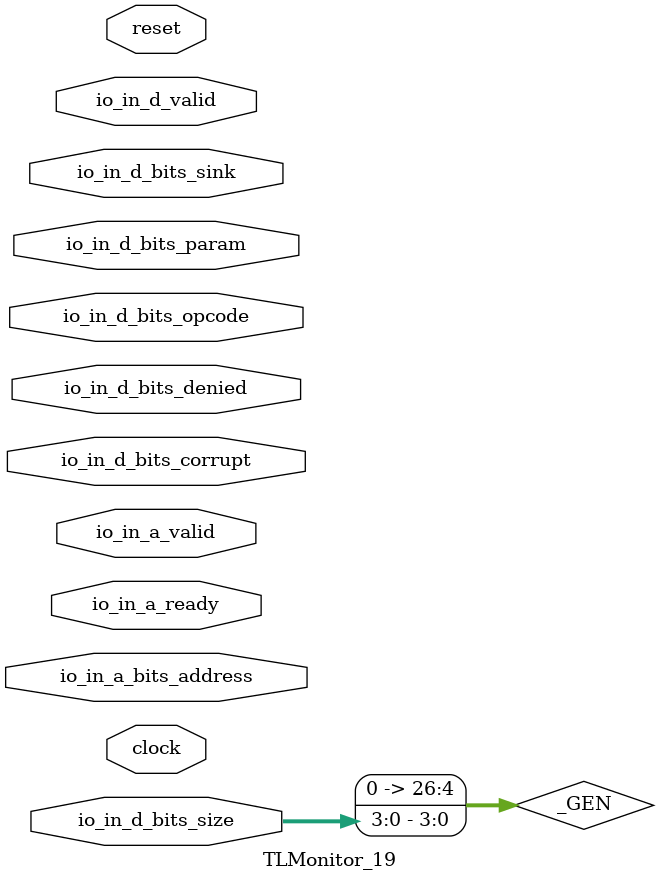
<source format=sv>
`ifndef RANDOMIZE
  `ifdef RANDOMIZE_REG_INIT
    `define RANDOMIZE
  `endif // RANDOMIZE_REG_INIT
`endif // not def RANDOMIZE
`ifndef RANDOMIZE
  `ifdef RANDOMIZE_MEM_INIT
    `define RANDOMIZE
  `endif // RANDOMIZE_MEM_INIT
`endif // not def RANDOMIZE

`ifndef RANDOM
  `define RANDOM $random
`endif // not def RANDOM

// Users can define 'PRINTF_COND' to add an extra gate to prints.
`ifndef PRINTF_COND_
  `ifdef PRINTF_COND
    `define PRINTF_COND_ (`PRINTF_COND)
  `else  // PRINTF_COND
    `define PRINTF_COND_ 1
  `endif // PRINTF_COND
`endif // not def PRINTF_COND_

// Users can define 'ASSERT_VERBOSE_COND' to add an extra gate to assert error printing.
`ifndef ASSERT_VERBOSE_COND_
  `ifdef ASSERT_VERBOSE_COND
    `define ASSERT_VERBOSE_COND_ (`ASSERT_VERBOSE_COND)
  `else  // ASSERT_VERBOSE_COND
    `define ASSERT_VERBOSE_COND_ 1
  `endif // ASSERT_VERBOSE_COND
`endif // not def ASSERT_VERBOSE_COND_

// Users can define 'STOP_COND' to add an extra gate to stop conditions.
`ifndef STOP_COND_
  `ifdef STOP_COND
    `define STOP_COND_ (`STOP_COND)
  `else  // STOP_COND
    `define STOP_COND_ 1
  `endif // STOP_COND
`endif // not def STOP_COND_

// Users can define INIT_RANDOM as general code that gets injected into the
// initializer block for modules with registers.
`ifndef INIT_RANDOM
  `define INIT_RANDOM
`endif // not def INIT_RANDOM

// If using random initialization, you can also define RANDOMIZE_DELAY to
// customize the delay used, otherwise 0.002 is used.
`ifndef RANDOMIZE_DELAY
  `define RANDOMIZE_DELAY 0.002
`endif // not def RANDOMIZE_DELAY

// Define INIT_RANDOM_PROLOG_ for use in our modules below.
`ifndef INIT_RANDOM_PROLOG_
  `ifdef RANDOMIZE
    `ifdef VERILATOR
      `define INIT_RANDOM_PROLOG_ `INIT_RANDOM
    `else  // VERILATOR
      `define INIT_RANDOM_PROLOG_ `INIT_RANDOM #`RANDOMIZE_DELAY begin end
    `endif // VERILATOR
  `else  // RANDOMIZE
    `define INIT_RANDOM_PROLOG_
  `endif // RANDOMIZE
`endif // not def INIT_RANDOM_PROLOG_

module TLMonitor_19(
  input        clock,
               reset,
               io_in_a_ready,
               io_in_a_valid,
  input [28:0] io_in_a_bits_address,
  input        io_in_d_valid,
  input [2:0]  io_in_d_bits_opcode,
  input [1:0]  io_in_d_bits_param,
  input [3:0]  io_in_d_bits_size,
  input        io_in_d_bits_sink,
               io_in_d_bits_denied,
               io_in_d_bits_corrupt
);

  wire [31:0] _plusarg_reader_1_out;	// @[PlusArg.scala:80:11]
  wire [31:0] _plusarg_reader_out;	// @[PlusArg.scala:80:11]
  wire        a_set = io_in_a_ready & io_in_a_valid;	// @[Decoupled.scala:51:35]
  reg  [8:0]  d_first_counter;	// @[Edges.scala:228:27]
  reg  [2:0]  opcode_1;	// @[Monitor.scala:535:22]
  reg  [1:0]  param_1;	// @[Monitor.scala:536:22]
  reg  [3:0]  size_1;	// @[Monitor.scala:537:22]
  reg         source_1;	// @[Monitor.scala:538:22]
  reg         sink;	// @[Monitor.scala:539:22]
  reg         denied;	// @[Monitor.scala:540:22]
  reg         inflight;	// @[Monitor.scala:611:27]
  reg  [3:0]  inflight_opcodes;	// @[Monitor.scala:613:35]
  reg  [7:0]  inflight_sizes;	// @[Monitor.scala:615:33]
  reg  [8:0]  d_first_counter_1;	// @[Edges.scala:228:27]
  wire        d_first_1 = d_first_counter_1 == 9'h0;	// @[Edges.scala:228:27, :230:25]
  wire        d_release_ack = io_in_d_bits_opcode == 3'h6;	// @[Monitor.scala:81:25, :670:46]
  reg  [31:0] watchdog;	// @[Monitor.scala:706:27]
  reg  [8:0]  d_first_counter_2;	// @[Edges.scala:228:27]
  wire        d_first_2 = d_first_counter_2 == 9'h0;	// @[Edges.scala:228:27, :230:25]
  wire [26:0] _GEN = {23'h0, io_in_d_bits_size};	// @[package.scala:235:71]
  wire [26:0] _d_first_beats1_decode_T_1 = 27'hFFF << _GEN;	// @[package.scala:235:71]
  wire [26:0] _d_first_beats1_decode_T_5 = 27'hFFF << _GEN;	// @[package.scala:235:71]
  wire [26:0] _d_first_beats1_decode_T_9 = 27'hFFF << _GEN;	// @[package.scala:235:71]
  wire        d_clr = io_in_d_valid & d_first_1 & ~d_release_ack;	// @[Edges.scala:230:25, Monitor.scala:670:46, :671:74, :675:72]
  wire        _T_1002 = io_in_d_valid & ~(|d_first_counter);	// @[Edges.scala:228:27, :230:25, Monitor.scala:549:20]
  always @(posedge clock) begin
    if (reset) begin
      d_first_counter <= 9'h0;	// @[Edges.scala:228:27]
      inflight <= 1'h0;	// @[Monitor.scala:611:27]
      inflight_opcodes <= 4'h0;	// @[Misc.scala:205:21, Monitor.scala:613:35, :657:77]
      inflight_sizes <= 8'h0;	// @[Monitor.scala:615:33, :745:35]
      d_first_counter_1 <= 9'h0;	// @[Edges.scala:228:27]
      watchdog <= 32'h0;	// @[Monitor.scala:706:27]
      d_first_counter_2 <= 9'h0;	// @[Edges.scala:228:27]
    end
    else begin
      if (io_in_d_valid) begin
        if (|d_first_counter)	// @[Edges.scala:228:27, :230:25]
          d_first_counter <= d_first_counter - 9'h1;	// @[Edges.scala:228:27, :229:28]
        else if (io_in_d_bits_opcode[0])	// @[Edges.scala:105:36]
          d_first_counter <= ~(_d_first_beats1_decode_T_1[11:3]);	// @[Edges.scala:228:27, package.scala:235:{46,71,76}]
        else	// @[Edges.scala:105:36]
          d_first_counter <= 9'h0;	// @[Edges.scala:228:27]
        if (d_first_1) begin	// @[Edges.scala:230:25]
          if (io_in_d_bits_opcode[0])	// @[Edges.scala:105:36]
            d_first_counter_1 <= ~(_d_first_beats1_decode_T_5[11:3]);	// @[Edges.scala:228:27, package.scala:235:{46,71,76}]
          else	// @[Edges.scala:105:36]
            d_first_counter_1 <= 9'h0;	// @[Edges.scala:228:27]
        end
        else	// @[Edges.scala:230:25]
          d_first_counter_1 <= d_first_counter_1 - 9'h1;	// @[Edges.scala:228:27, :229:28]
        if (d_first_2) begin	// @[Edges.scala:230:25]
          if (io_in_d_bits_opcode[0])	// @[Edges.scala:105:36]
            d_first_counter_2 <= ~(_d_first_beats1_decode_T_9[11:3]);	// @[Edges.scala:228:27, package.scala:235:{46,71,76}]
          else	// @[Edges.scala:105:36]
            d_first_counter_2 <= 9'h0;	// @[Edges.scala:228:27]
        end
        else	// @[Edges.scala:230:25]
          d_first_counter_2 <= d_first_counter_2 - 9'h1;	// @[Edges.scala:228:27, :229:28]
      end
      inflight <= (inflight | a_set) & ~d_clr;	// @[Decoupled.scala:51:35, Monitor.scala:611:27, :675:72, :702:{27,36,38}]
      inflight_opcodes <= (inflight_opcodes | (a_set ? {3'h0, a_set} : 4'h0)) & ~{4{d_clr}};	// @[Decoupled.scala:51:35, Misc.scala:205:21, Monitor.scala:613:35, :627:33, :652:72, :656:28, :657:77, :665:33, :675:{72,91}, :677:21, :703:{43,60,62}]
      inflight_sizes <= (inflight_sizes | (a_set ? {3'h0, a_set ? 5'h5 : 5'h0} : 8'h0)) & ~{8{d_clr}};	// @[Decoupled.scala:51:35, Monitor.scala:615:33, :629:31, :645:38, :652:72, :655:{28,59}, :657:28, :667:31, :675:{72,91}, :678:21, :704:{39,54,56}, :745:35]
      if (a_set | io_in_d_valid)	// @[Decoupled.scala:51:35, Monitor.scala:712:27]
        watchdog <= 32'h0;	// @[Monitor.scala:706:27]
      else	// @[Monitor.scala:712:27]
        watchdog <= watchdog + 32'h1;	// @[Monitor.scala:706:27, :711:26]
    end
    if (_T_1002) begin	// @[Monitor.scala:549:20]
      opcode_1 <= io_in_d_bits_opcode;	// @[Monitor.scala:535:22]
      param_1 <= io_in_d_bits_param;	// @[Monitor.scala:536:22]
      size_1 <= io_in_d_bits_size;	// @[Monitor.scala:537:22]
      sink <= io_in_d_bits_sink;	// @[Monitor.scala:539:22]
      denied <= io_in_d_bits_denied;	// @[Monitor.scala:540:22]
    end
    source_1 <= ~_T_1002 & source_1;	// @[Monitor.scala:538:22, :549:{20,32}, :553:15]
  end // always @(posedge)
  `ifndef SYNTHESIS
    wire  [7:0][2:0] _GEN_0 = '{3'h4, 3'h5, 3'h2, 3'h1, 3'h1, 3'h1, 3'h0, 3'h0};	// @[Monitor.scala:690:38]
    wire  [7:0][2:0] _GEN_1 = '{3'h4, 3'h4, 3'h2, 3'h1, 3'h1, 3'h1, 3'h0, 3'h0};	// @[Monitor.scala:689:38]
    wire             mask_eq_2 = ~(io_in_a_bits_address[2]) & ~(io_in_a_bits_address[1]);	// @[Misc.scala:209:26, :210:20, :213:27]
    wire             mask_eq_3 = ~(io_in_a_bits_address[2]) & io_in_a_bits_address[1];	// @[Misc.scala:209:26, :210:20, :213:27]
    wire             mask_eq_4 = io_in_a_bits_address[2] & ~(io_in_a_bits_address[1]);	// @[Misc.scala:209:26, :210:20, :213:27]
    wire             mask_eq_5 = io_in_a_bits_address[2] & io_in_a_bits_address[1];	// @[Misc.scala:209:26, :213:27]
    wire             _GEN_2 = io_in_d_valid & io_in_d_bits_opcode == 3'h6;	// @[Monitor.scala:81:25, :310:{25,52}]
    wire             _GEN_3 = io_in_d_bits_size < 4'h3;	// @[Monitor.scala:312:27]
    wire             _GEN_4 = io_in_d_valid & io_in_d_bits_opcode == 3'h4;	// @[Monitor.scala:104:25, :318:{25,47}]
    wire             _GEN_5 = io_in_d_bits_param == 2'h2;	// @[Bundles.scala:111:27, Monitor.scala:323:28]
    wire             _GEN_6 = io_in_d_valid & io_in_d_bits_opcode == 3'h5;	// @[Monitor.scala:146:25, :328:{25,51}]
    wire             _GEN_7 = io_in_d_valid & ~(|io_in_d_bits_opcode);	// @[Monitor.scala:338:{25,51}]
    wire             _GEN_8 = io_in_d_valid & io_in_d_bits_opcode == 3'h1;	// @[Misc.scala:201:81, Monitor.scala:346:{25,55}]
    wire             _GEN_9 = io_in_d_valid & io_in_d_bits_opcode == 3'h2;	// @[Monitor.scala:354:{25,49}, :640:42]
    wire             _T_976 = io_in_d_valid & (|d_first_counter);	// @[Edges.scala:228:27, :230:25, Monitor.scala:541:19]
    wire             _T_1055 = io_in_d_valid & d_first_1;	// @[Edges.scala:230:25, Monitor.scala:671:26]
    wire             _T_1026 = _T_1055 & ~d_release_ack;	// @[Monitor.scala:670:46, :671:{26,74}, :680:71]
    wire             _GEN_10 = _T_1026 & io_in_a_valid;	// @[Monitor.scala:680:71, :684:30]
    wire             _GEN_11 = _T_1026 & ~io_in_a_valid;	// @[Monitor.scala:680:71, :684:30]
    wire             _T_1112 = io_in_d_valid & d_first_2 & d_release_ack;	// @[Edges.scala:230:25, Monitor.scala:670:46, :791:71]
    always @(posedge clock) begin	// @[Monitor.scala:42:11]
      if (io_in_a_valid & ~reset & ~(io_in_a_bits_address[28:12] == 17'h3 | {io_in_a_bits_address[28:15], io_in_a_bits_address[13:12]} == 16'h0 | {io_in_a_bits_address[28:17] ^ 12'h8, io_in_a_bits_address[15:12]} == 16'h0 | io_in_a_bits_address[28:16] == 13'h200 | io_in_a_bits_address[28:12] == 17'h2010 | io_in_a_bits_address[28:26] == 3'h3 | io_in_a_bits_address[28:12] == 17'h10020)) begin	// @[Monitor.scala:42:11, Parameters.scala:137:{31,45,65}, :672:30]
        if (`ASSERT_VERBOSE_COND_)	// @[Monitor.scala:42:11]
          $error("Assertion failed: 'A' channel carries PutFull type which is unexpected using diplomatic parameters (connected at BusWrapper.scala:91:33)\n    at Monitor.scala:42 assert(cond, message)\n");	// @[Monitor.scala:42:11]
        if (`STOP_COND_)	// @[Monitor.scala:42:11]
          $fatal;	// @[Monitor.scala:42:11]
      end
      if (io_in_a_valid & ~reset & (|(io_in_a_bits_address[1:0]))) begin	// @[Edges.scala:20:{16,24}, Monitor.scala:42:11]
        if (`ASSERT_VERBOSE_COND_)	// @[Monitor.scala:42:11]
          $error("Assertion failed: 'A' channel PutFull address not aligned to size (connected at BusWrapper.scala:91:33)\n    at Monitor.scala:42 assert(cond, message)\n");	// @[Monitor.scala:42:11]
        if (`STOP_COND_)	// @[Monitor.scala:42:11]
          $fatal;	// @[Monitor.scala:42:11]
      end
      if (io_in_a_valid & ~reset & {io_in_a_bits_address[2] | mask_eq_5 & io_in_a_bits_address[0], io_in_a_bits_address[2] | mask_eq_5 & ~(io_in_a_bits_address[0]), io_in_a_bits_address[2] | mask_eq_4 & io_in_a_bits_address[0], io_in_a_bits_address[2] | mask_eq_4 & ~(io_in_a_bits_address[0]), ~(io_in_a_bits_address[2]) | mask_eq_3 & io_in_a_bits_address[0], ~(io_in_a_bits_address[2]) | mask_eq_3 & ~(io_in_a_bits_address[0]), ~(io_in_a_bits_address[2]) | mask_eq_2 & io_in_a_bits_address[0], ~(io_in_a_bits_address[2]) | mask_eq_2 & ~(io_in_a_bits_address[0])} != 8'hF) begin	// @[Cat.scala:33:92, Misc.scala:209:26, :210:20, :213:27, :214:29, Monitor.scala:42:11, :119:30]
        if (`ASSERT_VERBOSE_COND_)	// @[Monitor.scala:42:11]
          $error("Assertion failed: 'A' channel PutFull contains invalid mask (connected at BusWrapper.scala:91:33)\n    at Monitor.scala:42 assert(cond, message)\n");	// @[Monitor.scala:42:11]
        if (`STOP_COND_)	// @[Monitor.scala:42:11]
          $fatal;	// @[Monitor.scala:42:11]
      end
      if (io_in_d_valid & ~reset & (&io_in_d_bits_opcode)) begin	// @[Bundles.scala:45:24, Monitor.scala:49:11]
        if (`ASSERT_VERBOSE_COND_)	// @[Monitor.scala:49:11]
          $error("Assertion failed: 'D' channel has invalid opcode (connected at BusWrapper.scala:91:33)\n    at Monitor.scala:49 assert(cond, message)\n");	// @[Monitor.scala:49:11]
        if (`STOP_COND_)	// @[Monitor.scala:49:11]
          $fatal;	// @[Monitor.scala:49:11]
      end
      if (_GEN_2 & ~reset & _GEN_3) begin	// @[Monitor.scala:49:11, :310:52, :312:27]
        if (`ASSERT_VERBOSE_COND_)	// @[Monitor.scala:49:11]
          $error("Assertion failed: 'D' channel ReleaseAck smaller than a beat (connected at BusWrapper.scala:91:33)\n    at Monitor.scala:49 assert(cond, message)\n");	// @[Monitor.scala:49:11]
        if (`STOP_COND_)	// @[Monitor.scala:49:11]
          $fatal;	// @[Monitor.scala:49:11]
      end
      if (_GEN_2 & ~reset & (|io_in_d_bits_param)) begin	// @[Monitor.scala:49:11, :310:52, :313:28]
        if (`ASSERT_VERBOSE_COND_)	// @[Monitor.scala:49:11]
          $error("Assertion failed: 'D' channel ReleaseeAck carries invalid param (connected at BusWrapper.scala:91:33)\n    at Monitor.scala:49 assert(cond, message)\n");	// @[Monitor.scala:49:11]
        if (`STOP_COND_)	// @[Monitor.scala:49:11]
          $fatal;	// @[Monitor.scala:49:11]
      end
      if (_GEN_2 & ~reset & io_in_d_bits_corrupt) begin	// @[Monitor.scala:49:11, :310:52]
        if (`ASSERT_VERBOSE_COND_)	// @[Monitor.scala:49:11]
          $error("Assertion failed: 'D' channel ReleaseAck is corrupt (connected at BusWrapper.scala:91:33)\n    at Monitor.scala:49 assert(cond, message)\n");	// @[Monitor.scala:49:11]
        if (`STOP_COND_)	// @[Monitor.scala:49:11]
          $fatal;	// @[Monitor.scala:49:11]
      end
      if (_GEN_2 & ~reset & io_in_d_bits_denied) begin	// @[Monitor.scala:49:11, :310:52]
        if (`ASSERT_VERBOSE_COND_)	// @[Monitor.scala:49:11]
          $error("Assertion failed: 'D' channel ReleaseAck is denied (connected at BusWrapper.scala:91:33)\n    at Monitor.scala:49 assert(cond, message)\n");	// @[Monitor.scala:49:11]
        if (`STOP_COND_)	// @[Monitor.scala:49:11]
          $fatal;	// @[Monitor.scala:49:11]
      end
      if (_GEN_4 & ~reset) begin	// @[Monitor.scala:49:11, :318:47]
        if (`ASSERT_VERBOSE_COND_)	// @[Monitor.scala:49:11]
          $error("Assertion failed: 'D' channel Grant carries invalid sink ID (connected at BusWrapper.scala:91:33)\n    at Monitor.scala:49 assert(cond, message)\n");	// @[Monitor.scala:49:11]
        if (`STOP_COND_)	// @[Monitor.scala:49:11]
          $fatal;	// @[Monitor.scala:49:11]
      end
      if (_GEN_4 & ~reset & _GEN_3) begin	// @[Monitor.scala:49:11, :312:27, :318:47]
        if (`ASSERT_VERBOSE_COND_)	// @[Monitor.scala:49:11]
          $error("Assertion failed: 'D' channel Grant smaller than a beat (connected at BusWrapper.scala:91:33)\n    at Monitor.scala:49 assert(cond, message)\n");	// @[Monitor.scala:49:11]
        if (`STOP_COND_)	// @[Monitor.scala:49:11]
          $fatal;	// @[Monitor.scala:49:11]
      end
      if (_GEN_4 & ~reset & (&io_in_d_bits_param)) begin	// @[Bundles.scala:105:26, Monitor.scala:49:11, :318:47]
        if (`ASSERT_VERBOSE_COND_)	// @[Monitor.scala:49:11]
          $error("Assertion failed: 'D' channel Grant carries invalid cap param (connected at BusWrapper.scala:91:33)\n    at Monitor.scala:49 assert(cond, message)\n");	// @[Monitor.scala:49:11]
        if (`STOP_COND_)	// @[Monitor.scala:49:11]
          $fatal;	// @[Monitor.scala:49:11]
      end
      if (_GEN_4 & ~reset & _GEN_5) begin	// @[Monitor.scala:49:11, :318:47, :323:28]
        if (`ASSERT_VERBOSE_COND_)	// @[Monitor.scala:49:11]
          $error("Assertion failed: 'D' channel Grant carries toN param (connected at BusWrapper.scala:91:33)\n    at Monitor.scala:49 assert(cond, message)\n");	// @[Monitor.scala:49:11]
        if (`STOP_COND_)	// @[Monitor.scala:49:11]
          $fatal;	// @[Monitor.scala:49:11]
      end
      if (_GEN_4 & ~reset & io_in_d_bits_corrupt) begin	// @[Monitor.scala:49:11, :318:47]
        if (`ASSERT_VERBOSE_COND_)	// @[Monitor.scala:49:11]
          $error("Assertion failed: 'D' channel Grant is corrupt (connected at BusWrapper.scala:91:33)\n    at Monitor.scala:49 assert(cond, message)\n");	// @[Monitor.scala:49:11]
        if (`STOP_COND_)	// @[Monitor.scala:49:11]
          $fatal;	// @[Monitor.scala:49:11]
      end
      if (_GEN_6 & ~reset) begin	// @[Monitor.scala:49:11, :328:51]
        if (`ASSERT_VERBOSE_COND_)	// @[Monitor.scala:49:11]
          $error("Assertion failed: 'D' channel GrantData carries invalid sink ID (connected at BusWrapper.scala:91:33)\n    at Monitor.scala:49 assert(cond, message)\n");	// @[Monitor.scala:49:11]
        if (`STOP_COND_)	// @[Monitor.scala:49:11]
          $fatal;	// @[Monitor.scala:49:11]
      end
      if (_GEN_6 & ~reset & _GEN_3) begin	// @[Monitor.scala:49:11, :312:27, :328:51]
        if (`ASSERT_VERBOSE_COND_)	// @[Monitor.scala:49:11]
          $error("Assertion failed: 'D' channel GrantData smaller than a beat (connected at BusWrapper.scala:91:33)\n    at Monitor.scala:49 assert(cond, message)\n");	// @[Monitor.scala:49:11]
        if (`STOP_COND_)	// @[Monitor.scala:49:11]
          $fatal;	// @[Monitor.scala:49:11]
      end
      if (_GEN_6 & ~reset & (&io_in_d_bits_param)) begin	// @[Bundles.scala:105:26, Monitor.scala:49:11, :328:51]
        if (`ASSERT_VERBOSE_COND_)	// @[Monitor.scala:49:11]
          $error("Assertion failed: 'D' channel GrantData carries invalid cap param (connected at BusWrapper.scala:91:33)\n    at Monitor.scala:49 assert(cond, message)\n");	// @[Monitor.scala:49:11]
        if (`STOP_COND_)	// @[Monitor.scala:49:11]
          $fatal;	// @[Monitor.scala:49:11]
      end
      if (_GEN_6 & ~reset & _GEN_5) begin	// @[Monitor.scala:49:11, :323:28, :328:51]
        if (`ASSERT_VERBOSE_COND_)	// @[Monitor.scala:49:11]
          $error("Assertion failed: 'D' channel GrantData carries toN param (connected at BusWrapper.scala:91:33)\n    at Monitor.scala:49 assert(cond, message)\n");	// @[Monitor.scala:49:11]
        if (`STOP_COND_)	// @[Monitor.scala:49:11]
          $fatal;	// @[Monitor.scala:49:11]
      end
      if (_GEN_6 & ~reset & ~(~io_in_d_bits_denied | io_in_d_bits_corrupt)) begin	// @[Monitor.scala:49:11, :328:51, :334:{15,30}]
        if (`ASSERT_VERBOSE_COND_)	// @[Monitor.scala:49:11]
          $error("Assertion failed: 'D' channel GrantData is denied but not corrupt (connected at BusWrapper.scala:91:33)\n    at Monitor.scala:49 assert(cond, message)\n");	// @[Monitor.scala:49:11]
        if (`STOP_COND_)	// @[Monitor.scala:49:11]
          $fatal;	// @[Monitor.scala:49:11]
      end
      if (_GEN_7 & ~reset & (|io_in_d_bits_param)) begin	// @[Monitor.scala:49:11, :338:51, :341:28]
        if (`ASSERT_VERBOSE_COND_)	// @[Monitor.scala:49:11]
          $error("Assertion failed: 'D' channel AccessAck carries invalid param (connected at BusWrapper.scala:91:33)\n    at Monitor.scala:49 assert(cond, message)\n");	// @[Monitor.scala:49:11]
        if (`STOP_COND_)	// @[Monitor.scala:49:11]
          $fatal;	// @[Monitor.scala:49:11]
      end
      if (_GEN_7 & ~reset & io_in_d_bits_corrupt) begin	// @[Monitor.scala:49:11, :338:51]
        if (`ASSERT_VERBOSE_COND_)	// @[Monitor.scala:49:11]
          $error("Assertion failed: 'D' channel AccessAck is corrupt (connected at BusWrapper.scala:91:33)\n    at Monitor.scala:49 assert(cond, message)\n");	// @[Monitor.scala:49:11]
        if (`STOP_COND_)	// @[Monitor.scala:49:11]
          $fatal;	// @[Monitor.scala:49:11]
      end
      if (_GEN_8 & ~reset & (|io_in_d_bits_param)) begin	// @[Monitor.scala:49:11, :346:55, :349:28]
        if (`ASSERT_VERBOSE_COND_)	// @[Monitor.scala:49:11]
          $error("Assertion failed: 'D' channel AccessAckData carries invalid param (connected at BusWrapper.scala:91:33)\n    at Monitor.scala:49 assert(cond, message)\n");	// @[Monitor.scala:49:11]
        if (`STOP_COND_)	// @[Monitor.scala:49:11]
          $fatal;	// @[Monitor.scala:49:11]
      end
      if (_GEN_8 & ~reset & ~(~io_in_d_bits_denied | io_in_d_bits_corrupt)) begin	// @[Monitor.scala:49:11, :346:55, :350:{15,30}]
        if (`ASSERT_VERBOSE_COND_)	// @[Monitor.scala:49:11]
          $error("Assertion failed: 'D' channel AccessAckData is denied but not corrupt (connected at BusWrapper.scala:91:33)\n    at Monitor.scala:49 assert(cond, message)\n");	// @[Monitor.scala:49:11]
        if (`STOP_COND_)	// @[Monitor.scala:49:11]
          $fatal;	// @[Monitor.scala:49:11]
      end
      if (_GEN_9 & ~reset & (|io_in_d_bits_param)) begin	// @[Monitor.scala:49:11, :354:49, :357:28]
        if (`ASSERT_VERBOSE_COND_)	// @[Monitor.scala:49:11]
          $error("Assertion failed: 'D' channel HintAck carries invalid param (connected at BusWrapper.scala:91:33)\n    at Monitor.scala:49 assert(cond, message)\n");	// @[Monitor.scala:49:11]
        if (`STOP_COND_)	// @[Monitor.scala:49:11]
          $fatal;	// @[Monitor.scala:49:11]
      end
      if (_GEN_9 & ~reset & io_in_d_bits_corrupt) begin	// @[Monitor.scala:49:11, :354:49]
        if (`ASSERT_VERBOSE_COND_)	// @[Monitor.scala:49:11]
          $error("Assertion failed: 'D' channel HintAck is corrupt (connected at BusWrapper.scala:91:33)\n    at Monitor.scala:49 assert(cond, message)\n");	// @[Monitor.scala:49:11]
        if (`STOP_COND_)	// @[Monitor.scala:49:11]
          $fatal;	// @[Monitor.scala:49:11]
      end
      if (_T_976 & ~reset & io_in_d_bits_opcode != opcode_1) begin	// @[Monitor.scala:49:11, :535:22, :541:19, :542:29]
        if (`ASSERT_VERBOSE_COND_)	// @[Monitor.scala:49:11]
          $error("Assertion failed: 'D' channel opcode changed within multibeat operation (connected at BusWrapper.scala:91:33)\n    at Monitor.scala:49 assert(cond, message)\n");	// @[Monitor.scala:49:11]
        if (`STOP_COND_)	// @[Monitor.scala:49:11]
          $fatal;	// @[Monitor.scala:49:11]
      end
      if (_T_976 & ~reset & io_in_d_bits_param != param_1) begin	// @[Monitor.scala:49:11, :536:22, :541:19, :543:29]
        if (`ASSERT_VERBOSE_COND_)	// @[Monitor.scala:49:11]
          $error("Assertion failed: 'D' channel param changed within multibeat operation (connected at BusWrapper.scala:91:33)\n    at Monitor.scala:49 assert(cond, message)\n");	// @[Monitor.scala:49:11]
        if (`STOP_COND_)	// @[Monitor.scala:49:11]
          $fatal;	// @[Monitor.scala:49:11]
      end
      if (_T_976 & ~reset & io_in_d_bits_size != size_1) begin	// @[Monitor.scala:49:11, :537:22, :541:19, :544:29]
        if (`ASSERT_VERBOSE_COND_)	// @[Monitor.scala:49:11]
          $error("Assertion failed: 'D' channel size changed within multibeat operation (connected at BusWrapper.scala:91:33)\n    at Monitor.scala:49 assert(cond, message)\n");	// @[Monitor.scala:49:11]
        if (`STOP_COND_)	// @[Monitor.scala:49:11]
          $fatal;	// @[Monitor.scala:49:11]
      end
      if (_T_976 & ~reset & source_1) begin	// @[Monitor.scala:49:11, :538:22, :541:19]
        if (`ASSERT_VERBOSE_COND_)	// @[Monitor.scala:49:11]
          $error("Assertion failed: 'D' channel source changed within multibeat operation (connected at BusWrapper.scala:91:33)\n    at Monitor.scala:49 assert(cond, message)\n");	// @[Monitor.scala:49:11]
        if (`STOP_COND_)	// @[Monitor.scala:49:11]
          $fatal;	// @[Monitor.scala:49:11]
      end
      if (_T_976 & ~reset & io_in_d_bits_sink != sink) begin	// @[Monitor.scala:49:11, :539:22, :541:19, :546:29]
        if (`ASSERT_VERBOSE_COND_)	// @[Monitor.scala:49:11]
          $error("Assertion failed: 'D' channel sink changed with multibeat operation (connected at BusWrapper.scala:91:33)\n    at Monitor.scala:49 assert(cond, message)\n");	// @[Monitor.scala:49:11]
        if (`STOP_COND_)	// @[Monitor.scala:49:11]
          $fatal;	// @[Monitor.scala:49:11]
      end
      if (_T_976 & ~reset & io_in_d_bits_denied != denied) begin	// @[Monitor.scala:49:11, :540:22, :541:19, :547:29]
        if (`ASSERT_VERBOSE_COND_)	// @[Monitor.scala:49:11]
          $error("Assertion failed: 'D' channel denied changed with multibeat operation (connected at BusWrapper.scala:91:33)\n    at Monitor.scala:49 assert(cond, message)\n");	// @[Monitor.scala:49:11]
        if (`STOP_COND_)	// @[Monitor.scala:49:11]
          $fatal;	// @[Monitor.scala:49:11]
      end
      if (a_set & ~reset & inflight) begin	// @[Decoupled.scala:51:35, Monitor.scala:42:11, :611:27]
        if (`ASSERT_VERBOSE_COND_)	// @[Monitor.scala:42:11]
          $error("Assertion failed: 'A' channel re-used a source ID (connected at BusWrapper.scala:91:33)\n    at Monitor.scala:42 assert(cond, message)\n");	// @[Monitor.scala:42:11]
        if (`STOP_COND_)	// @[Monitor.scala:42:11]
          $fatal;	// @[Monitor.scala:42:11]
      end
      if (_T_1026 & ~reset & ~(inflight | io_in_a_valid)) begin	// @[Monitor.scala:49:11, :611:27, :680:71, :682:49]
        if (`ASSERT_VERBOSE_COND_)	// @[Monitor.scala:49:11]
          $error("Assertion failed: 'D' channel acknowledged for nothing inflight (connected at BusWrapper.scala:91:33)\n    at Monitor.scala:49 assert(cond, message)\n");	// @[Monitor.scala:49:11]
        if (`STOP_COND_)	// @[Monitor.scala:49:11]
          $fatal;	// @[Monitor.scala:49:11]
      end
      if (_GEN_10 & ~reset & ~(~(|io_in_d_bits_opcode) | ~(|io_in_d_bits_opcode))) begin	// @[Monitor.scala:49:11, :338:25, :684:30, :685:{38,77}, :686:39]
        if (`ASSERT_VERBOSE_COND_)	// @[Monitor.scala:49:11]
          $error("Assertion failed: 'D' channel contains improper opcode response (connected at BusWrapper.scala:91:33)\n    at Monitor.scala:49 assert(cond, message)\n");	// @[Monitor.scala:49:11]
        if (`STOP_COND_)	// @[Monitor.scala:49:11]
          $fatal;	// @[Monitor.scala:49:11]
      end
      if (_GEN_10 & ~reset & io_in_d_bits_size != 4'h2) begin	// @[Monitor.scala:49:11, :684:30, :687:36]
        if (`ASSERT_VERBOSE_COND_)	// @[Monitor.scala:49:11]
          $error("Assertion failed: 'D' channel contains improper response size (connected at BusWrapper.scala:91:33)\n    at Monitor.scala:49 assert(cond, message)\n");	// @[Monitor.scala:49:11]
        if (`STOP_COND_)	// @[Monitor.scala:49:11]
          $fatal;	// @[Monitor.scala:49:11]
      end
      if (_GEN_11 & ~reset & ~(io_in_d_bits_opcode == _GEN_1[inflight_opcodes[3:1]] | io_in_d_bits_opcode == _GEN_0[inflight_opcodes[3:1]])) begin	// @[Monitor.scala:42:11, :49:11, :613:35, :634:152, :684:30, :689:{38,72}, :690:38]
        if (`ASSERT_VERBOSE_COND_)	// @[Monitor.scala:49:11]
          $error("Assertion failed: 'D' channel contains improper opcode response (connected at BusWrapper.scala:91:33)\n    at Monitor.scala:49 assert(cond, message)\n");	// @[Monitor.scala:49:11]
        if (`STOP_COND_)	// @[Monitor.scala:49:11]
          $fatal;	// @[Monitor.scala:49:11]
      end
      if (_GEN_11 & ~reset & {4'h0, io_in_d_bits_size} != {1'h0, inflight_sizes[7:1]}) begin	// @[Misc.scala:205:21, Monitor.scala:42:11, :49:11, :615:33, :638:{19,144}, :657:77, :684:30, :691:36]
        if (`ASSERT_VERBOSE_COND_)	// @[Monitor.scala:49:11]
          $error("Assertion failed: 'D' channel contains improper response size (connected at BusWrapper.scala:91:33)\n    at Monitor.scala:49 assert(cond, message)\n");	// @[Monitor.scala:49:11]
        if (`STOP_COND_)	// @[Monitor.scala:49:11]
          $fatal;	// @[Monitor.scala:49:11]
      end
      if (_T_1055 & io_in_a_valid & ~d_release_ack & ~reset & ~io_in_a_ready) begin	// @[Monitor.scala:49:11, :670:46, :671:{26,74}]
        if (`ASSERT_VERBOSE_COND_)	// @[Monitor.scala:49:11]
          $error("Assertion failed: ready check\n    at Monitor.scala:49 assert(cond, message)\n");	// @[Monitor.scala:49:11]
        if (`STOP_COND_)	// @[Monitor.scala:49:11]
          $fatal;	// @[Monitor.scala:49:11]
      end
      if (~reset & ~(io_in_a_valid != (_T_1055 & ~d_release_ack) | ~io_in_a_valid)) begin	// @[Monitor.scala:49:11, :670:46, :671:{26,71,74}, :699:{29,48,51}]
        if (`ASSERT_VERBOSE_COND_)	// @[Monitor.scala:49:11]
          $error("Assertion failed: 'A' and 'D' concurrent, despite minlatency 2 (connected at BusWrapper.scala:91:33)\n    at Monitor.scala:49 assert(cond, message)\n");	// @[Monitor.scala:49:11]
        if (`STOP_COND_)	// @[Monitor.scala:49:11]
          $fatal;	// @[Monitor.scala:49:11]
      end
      if (~reset & ~(~inflight | _plusarg_reader_out == 32'h0 | watchdog < _plusarg_reader_out)) begin	// @[Monitor.scala:42:11, :611:27, :706:27, :709:{16,39,47,59}, PlusArg.scala:80:11]
        if (`ASSERT_VERBOSE_COND_)	// @[Monitor.scala:42:11]
          $error("Assertion failed: TileLink timeout expired (connected at BusWrapper.scala:91:33)\n    at Monitor.scala:42 assert(cond, message)\n");	// @[Monitor.scala:42:11]
        if (`STOP_COND_)	// @[Monitor.scala:42:11]
          $fatal;	// @[Monitor.scala:42:11]
      end
      if (_T_1112 & ~reset) begin	// @[Monitor.scala:49:11, :791:71]
        if (`ASSERT_VERBOSE_COND_)	// @[Monitor.scala:49:11]
          $error("Assertion failed: 'D' channel acknowledged for nothing inflight (connected at BusWrapper.scala:91:33)\n    at Monitor.scala:49 assert(cond, message)\n");	// @[Monitor.scala:49:11]
        if (`STOP_COND_)	// @[Monitor.scala:49:11]
          $fatal;	// @[Monitor.scala:49:11]
      end
      if (_T_1112 & ~reset & (|io_in_d_bits_size)) begin	// @[Monitor.scala:49:11, :791:71, :797:36]
        if (`ASSERT_VERBOSE_COND_)	// @[Monitor.scala:49:11]
          $error("Assertion failed: 'D' channel contains improper response size (connected at BusWrapper.scala:91:33)\n    at Monitor.scala:49 assert(cond, message)\n");	// @[Monitor.scala:49:11]
        if (`STOP_COND_)	// @[Monitor.scala:49:11]
          $fatal;	// @[Monitor.scala:49:11]
      end
    end // always @(posedge)
    `ifdef FIRRTL_BEFORE_INITIAL
      `FIRRTL_BEFORE_INITIAL
    `endif // FIRRTL_BEFORE_INITIAL
    logic [31:0]     _RANDOM_0;
    logic [31:0]     _RANDOM_1;
    logic [31:0]     _RANDOM_2;
    logic [31:0]     _RANDOM_3;
    logic [31:0]     _RANDOM_4;
    logic [31:0]     _RANDOM_5;
    initial begin
      `ifdef INIT_RANDOM_PROLOG_
        `INIT_RANDOM_PROLOG_
      `endif // INIT_RANDOM_PROLOG_
      `ifdef RANDOMIZE_REG_INIT
        _RANDOM_0 = `RANDOM;
        _RANDOM_1 = `RANDOM;
        _RANDOM_2 = `RANDOM;
        _RANDOM_3 = `RANDOM;
        _RANDOM_4 = `RANDOM;
        _RANDOM_5 = `RANDOM;
        d_first_counter = _RANDOM_1[25:17];	// @[Edges.scala:228:27]
        opcode_1 = _RANDOM_1[28:26];	// @[Edges.scala:228:27, Monitor.scala:535:22]
        param_1 = _RANDOM_1[30:29];	// @[Edges.scala:228:27, Monitor.scala:536:22]
        size_1 = {_RANDOM_1[31], _RANDOM_2[2:0]};	// @[Edges.scala:228:27, Monitor.scala:537:22]
        source_1 = _RANDOM_2[3];	// @[Monitor.scala:537:22, :538:22]
        sink = _RANDOM_2[4];	// @[Monitor.scala:537:22, :539:22]
        denied = _RANDOM_2[5];	// @[Monitor.scala:537:22, :540:22]
        inflight = _RANDOM_2[6];	// @[Monitor.scala:537:22, :611:27]
        inflight_opcodes = _RANDOM_2[10:7];	// @[Monitor.scala:537:22, :613:35]
        inflight_sizes = _RANDOM_2[18:11];	// @[Monitor.scala:537:22, :615:33]
        d_first_counter_1 = {_RANDOM_2[31:28], _RANDOM_3[4:0]};	// @[Edges.scala:228:27, Monitor.scala:537:22]
        watchdog = {_RANDOM_3[31:5], _RANDOM_4[4:0]};	// @[Edges.scala:228:27, Monitor.scala:706:27]
        d_first_counter_2 = {_RANDOM_4[31:27], _RANDOM_5[3:0]};	// @[Edges.scala:228:27, Monitor.scala:706:27]
      `endif // RANDOMIZE_REG_INIT
    end // initial
    `ifdef FIRRTL_AFTER_INITIAL
      `FIRRTL_AFTER_INITIAL
    `endif // FIRRTL_AFTER_INITIAL
  `endif // not def SYNTHESIS
  plusarg_reader #(
    .FORMAT("tilelink_timeout=%d"),
    .DEFAULT(0),
    .WIDTH(32)
  ) plusarg_reader (	// @[PlusArg.scala:80:11]
    .out (_plusarg_reader_out)
  );
  plusarg_reader #(
    .FORMAT("tilelink_timeout=%d"),
    .DEFAULT(0),
    .WIDTH(32)
  ) plusarg_reader_1 (	// @[PlusArg.scala:80:11]
    .out (_plusarg_reader_1_out)
  );
endmodule


</source>
